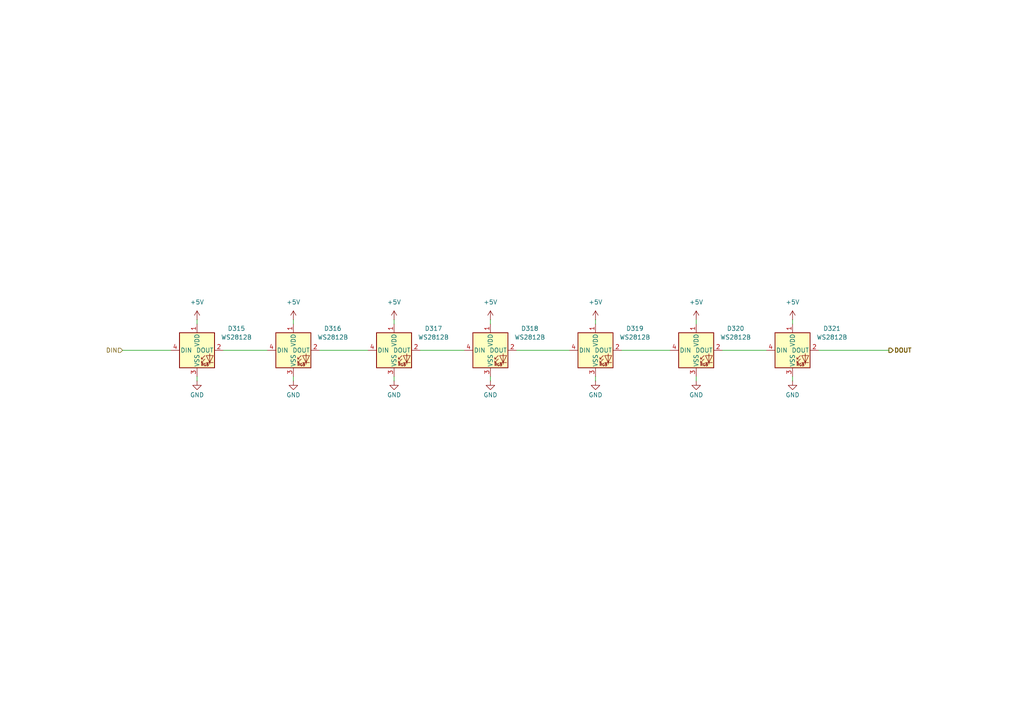
<source format=kicad_sch>
(kicad_sch (version 20231120) (generator "eeschema") (generator_version "8.0")
  (paper "A4")
  (lib_symbols
    (symbol "LED:WS2812B" (pin_names (offset 0.254))
      (property "Reference" "D" (at 5.08 5.715 0))
      (property "Value" "WS2812B" (at 1.27 -5.715 0))
      (symbol "WS2812B_0_0"
        (text "RGB" (at 2.286 -4.191 0) (effects (font (size 0.762 0.762))))
      )
      (symbol "WS2812B_0_1"
        (polyline (pts (xy 1.27 -3.556) (xy 1.778 -3.556)))
        (polyline (pts (xy 1.27 -2.54) (xy 1.778 -2.54)))
        (polyline (pts (xy 4.699 -3.556) (xy 2.667 -3.556)))
        (polyline (pts (xy 2.286 -2.54) (xy 1.27 -3.556) (xy 1.27 -3.048)))
        (polyline (pts (xy 2.286 -1.524) (xy 1.27 -2.54) (xy 1.27 -2.032)))
        (polyline (pts (xy 3.683 -1.016) (xy 3.683 -3.556) (xy 3.683 -4.064)))
        (polyline (pts (xy 4.699 -1.524) (xy 2.667 -1.524) (xy 3.683 -3.556) (xy 4.699 -1.524)))
        (rectangle (start 5.08 5.08) (end -5.08 -5.08) (stroke (width 0.254)) (fill (type background)))
      )
      (symbol "WS2812B_1_1"
        (pin power_in line (at 0 7.62 270) (length 2.54) (name "VDD") (number "1"))
        (pin output line (at 7.62 0 180) (length 2.54) (name "DOUT") (number "2"))
        (pin power_in line (at 0 -7.62 90) (length 2.54) (name "VSS") (number "3"))
        (pin input line (at -7.62 0 0) (length 2.54) (name "DIN") (number "4"))
      )
    )
    (symbol "power:+5V" (power) (pin_numbers hide) (pin_names (offset 0) hide)
      (property "Value" "+5V" (at 0 3.556 0))
      (symbol "+5V_0_1"
        (polyline (pts (xy -0.762 1.27) (xy 0 2.54)))
        (polyline (pts (xy 0 0) (xy 0 2.54)))
        (polyline (pts (xy 0 2.54) (xy 0.762 1.27)))
      )
      (symbol "+5V_1_1"
        (pin power_in line (at 0 0 90) (length 0) (name "~") (number "1"))
      )
    )
    (symbol "power:GND" (power) (pin_numbers hide) (pin_names (offset 0) hide)
      (property "Value" "GND" (at 0 -3.81 0))
      (symbol "GND_0_1"
        (polyline (pts (xy 0 0) (xy 0 -1.27) (xy 1.27 -1.27) (xy 0 -2.54) (xy -1.27 -1.27) (xy 0 -1.27)))
      )
      (symbol "GND_1_1"
        (pin power_in line (at 0 0 270) (length 0) (name "~") (number "1"))
      )
    )
  )
  (wire (pts (xy 85.09 109.22) (xy 85.09 110.49)))
  (wire (pts (xy 180.34 101.6) (xy 194.31 101.6)))
  (wire (pts (xy 142.24 109.22) (xy 142.24 110.49)))
  (wire (pts (xy 209.55 101.6) (xy 222.25 101.6)))
  (wire (pts (xy 35.56 101.6) (xy 49.53 101.6)))
  (wire (pts (xy 149.86 101.6) (xy 165.1 101.6)))
  (wire (pts (xy 229.87 109.22) (xy 229.87 110.49)))
  (wire (pts (xy 114.3 92.71) (xy 114.3 93.98)))
  (wire (pts (xy 57.15 109.22) (xy 57.15 110.49)))
  (wire (pts (xy 237.49 101.6) (xy 257.81 101.6)))
  (wire (pts (xy 92.71 101.6) (xy 106.68 101.6)))
  (wire (pts (xy 142.24 92.71) (xy 142.24 93.98)))
  (wire (pts (xy 57.15 92.71) (xy 57.15 93.98)))
  (wire (pts (xy 172.72 92.71) (xy 172.72 93.98)))
  (wire (pts (xy 172.72 109.22) (xy 172.72 110.49)))
  (wire (pts (xy 229.87 92.71) (xy 229.87 93.98)))
  (wire (pts (xy 64.77 101.6) (xy 77.47 101.6)))
  (wire (pts (xy 114.3 109.22) (xy 114.3 110.49)))
  (wire (pts (xy 85.09 92.71) (xy 85.09 93.98)))
  (wire (pts (xy 121.92 101.6) (xy 134.62 101.6)))
  (wire (pts (xy 201.93 92.71) (xy 201.93 93.98)))
  (wire (pts (xy 201.93 109.22) (xy 201.93 110.49)))
  (hierarchical_label "DOUT" (shape output) (at 257.81 101.6 0) (effects (font (thickness 0.254) (bold yes))))
  (hierarchical_label "DIN" (shape input) (at 35.56 101.6 180))
  (symbol (lib_id "LED:WS2812B") (at 229.87 101.6 0) (unit 1)
    (property "Reference" "D76" (at 241.3 95.2814 0))
    (property "Value" "WS2812B" (at 241.3 97.8214 0))
    (property "Footprint" "LED_SMD:LED_WS2812B_PLCC4_5.0x5.0mm_P3.2mm" (effects (hide yes)))
    (property "Datasheet" "https://cdn-shop.adafruit.com/datasheets/WS2812B.pdf" (effects (hide yes)))
    (property "Description" "RGB LED with integrated controller" (effects (hide yes)))
    (property "LCSC" "C2843785" (effects (hide yes)))
    (instances (project "ArenaTimer" (path "" (reference "D321") (unit 1)) (path "" (reference "D300") (unit 1)) (path "" (reference "D314") (unit 1)) (path "" (reference "D328") (unit 1)) (path "" (reference "D335") (unit 1)) (path "" (reference "D307") (unit 1)) (path "" (reference "D342") (unit 1)) (path "" (reference "D293") (unit 1)) (path "" (reference "D244") (unit 1)) (path "" (reference "D118") (unit 1)) (path "" (reference "D251") (unit 1)) (path "" (reference "D76") (unit 1)) (path "" (reference "D160") (unit 1)) (path "" (reference "D83") (unit 1))))
  )
  (symbol (lib_id "power:GND") (at 229.87 110.49 0) (unit 1)
    (property "Reference" "#PWR0152" (effects (hide yes)))
    (property "Value" "GND" (at 229.87 114.554 0))
    (property "Description" "Power symbol creates a global label with name \"GND\" , ground" (effects (hide yes)))
    (instances (project "ArenaTimer" (path "" (reference "#PWR0642") (unit 1)) (path "" (reference "#PWR0600") (unit 1)) (path "" (reference "#PWR0628") (unit 1)) (path "" (reference "#PWR0656") (unit 1)) (path "" (reference "#PWR0670") (unit 1)) (path "" (reference "#PWR0614") (unit 1)) (path "" (reference "#PWR0684") (unit 1)) (path "" (reference "#PWR0586") (unit 1)) (path "" (reference "#PWR0488") (unit 1)) (path "" (reference "#PWR0236") (unit 1)) (path "" (reference "#PWR0502") (unit 1)) (path "" (reference "#PWR0152") (unit 1)) (path "" (reference "#PWR0320") (unit 1)) (path "" (reference "#PWR0166") (unit 1))))
  )
  (symbol (lib_id "power:GND") (at 172.72 110.49 0) (unit 1)
    (property "Reference" "#PWR0148" (effects (hide yes)))
    (property "Value" "GND" (at 172.72 114.554 0))
    (property "Description" "Power symbol creates a global label with name \"GND\" , ground" (effects (hide yes)))
    (instances (project "ArenaTimer" (path "" (reference "#PWR0638") (unit 1)) (path "" (reference "#PWR0596") (unit 1)) (path "" (reference "#PWR0624") (unit 1)) (path "" (reference "#PWR0652") (unit 1)) (path "" (reference "#PWR0666") (unit 1)) (path "" (reference "#PWR0610") (unit 1)) (path "" (reference "#PWR0680") (unit 1)) (path "" (reference "#PWR0582") (unit 1)) (path "" (reference "#PWR0484") (unit 1)) (path "" (reference "#PWR0232") (unit 1)) (path "" (reference "#PWR0498") (unit 1)) (path "" (reference "#PWR0148") (unit 1)) (path "" (reference "#PWR0316") (unit 1)) (path "" (reference "#PWR0162") (unit 1))))
  )
  (symbol (lib_id "power:GND") (at 85.09 110.49 0) (unit 1)
    (property "Reference" "#PWR0576" (effects (hide yes)))
    (property "Value" "GND" (at 85.09 114.554 0))
    (property "Description" "Power symbol creates a global label with name \"GND\" , ground" (effects (hide yes)))
    (instances (project "ArenaTimer" (path "" (reference "#PWR0632") (unit 1)) (path "" (reference "#PWR0590") (unit 1)) (path "" (reference "#PWR0618") (unit 1)) (path "" (reference "#PWR0646") (unit 1)) (path "" (reference "#PWR0660") (unit 1)) (path "" (reference "#PWR0604") (unit 1)) (path "" (reference "#PWR0674") (unit 1)) (path "" (reference "#PWR0576") (unit 1)) (path "" (reference "#PWR0478") (unit 1)) (path "" (reference "#PWR0226") (unit 1)) (path "" (reference "#PWR0492") (unit 1)) (path "" (reference "#PWR0142") (unit 1)) (path "" (reference "#PWR0310") (unit 1)) (path "" (reference "#PWR0156") (unit 1))))
  )
  (symbol (lib_id "power:GND") (at 142.24 110.49 0) (unit 1)
    (property "Reference" "#PWR0580" (effects (hide yes)))
    (property "Value" "GND" (at 142.24 114.554 0))
    (property "Description" "Power symbol creates a global label with name \"GND\" , ground" (effects (hide yes)))
    (instances (project "ArenaTimer" (path "" (reference "#PWR0636") (unit 1)) (path "" (reference "#PWR0594") (unit 1)) (path "" (reference "#PWR0622") (unit 1)) (path "" (reference "#PWR0650") (unit 1)) (path "" (reference "#PWR0664") (unit 1)) (path "" (reference "#PWR0608") (unit 1)) (path "" (reference "#PWR0678") (unit 1)) (path "" (reference "#PWR0580") (unit 1)) (path "" (reference "#PWR0482") (unit 1)) (path "" (reference "#PWR0230") (unit 1)) (path "" (reference "#PWR0496") (unit 1)) (path "" (reference "#PWR0146") (unit 1)) (path "" (reference "#PWR0314") (unit 1)) (path "" (reference "#PWR0160") (unit 1))))
  )
  (symbol (lib_id "power:+5V") (at 114.3 92.71 0) (unit 1)
    (property "Reference" "#PWR0577" (effects (hide yes)))
    (property "Value" "+5V" (at 114.3 87.63 0))
    (property "Description" "Power symbol creates a global label with name \"+5V\"" (effects (hide yes)))
    (instances (project "ArenaTimer" (path "" (reference "#PWR0633") (unit 1)) (path "" (reference "#PWR0591") (unit 1)) (path "" (reference "#PWR0619") (unit 1)) (path "" (reference "#PWR0647") (unit 1)) (path "" (reference "#PWR0661") (unit 1)) (path "" (reference "#PWR0605") (unit 1)) (path "" (reference "#PWR0675") (unit 1)) (path "" (reference "#PWR0577") (unit 1)) (path "" (reference "#PWR0479") (unit 1)) (path "" (reference "#PWR0227") (unit 1)) (path "" (reference "#PWR0493") (unit 1)) (path "" (reference "#PWR0143") (unit 1)) (path "" (reference "#PWR0311") (unit 1)) (path "" (reference "#PWR0157") (unit 1))))
  )
  (symbol (lib_id "power:+5V") (at 142.24 92.71 0) (unit 1)
    (property "Reference" "#PWR0579" (effects (hide yes)))
    (property "Value" "+5V" (at 142.24 87.63 0))
    (property "Description" "Power symbol creates a global label with name \"+5V\"" (effects (hide yes)))
    (instances (project "ArenaTimer" (path "" (reference "#PWR0635") (unit 1)) (path "" (reference "#PWR0593") (unit 1)) (path "" (reference "#PWR0621") (unit 1)) (path "" (reference "#PWR0649") (unit 1)) (path "" (reference "#PWR0663") (unit 1)) (path "" (reference "#PWR0607") (unit 1)) (path "" (reference "#PWR0677") (unit 1)) (path "" (reference "#PWR0579") (unit 1)) (path "" (reference "#PWR0481") (unit 1)) (path "" (reference "#PWR0229") (unit 1)) (path "" (reference "#PWR0495") (unit 1)) (path "" (reference "#PWR0145") (unit 1)) (path "" (reference "#PWR0313") (unit 1)) (path "" (reference "#PWR0159") (unit 1))))
  )
  (symbol (lib_id "power:+5V") (at 172.72 92.71 0) (unit 1)
    (property "Reference" "#PWR0147" (effects (hide yes)))
    (property "Value" "+5V" (at 172.72 87.63 0))
    (property "Description" "Power symbol creates a global label with name \"+5V\"" (effects (hide yes)))
    (instances (project "ArenaTimer" (path "" (reference "#PWR0637") (unit 1)) (path "" (reference "#PWR0595") (unit 1)) (path "" (reference "#PWR0623") (unit 1)) (path "" (reference "#PWR0651") (unit 1)) (path "" (reference "#PWR0665") (unit 1)) (path "" (reference "#PWR0609") (unit 1)) (path "" (reference "#PWR0679") (unit 1)) (path "" (reference "#PWR0581") (unit 1)) (path "" (reference "#PWR0483") (unit 1)) (path "" (reference "#PWR0231") (unit 1)) (path "" (reference "#PWR0497") (unit 1)) (path "" (reference "#PWR0147") (unit 1)) (path "" (reference "#PWR0315") (unit 1)) (path "" (reference "#PWR0161") (unit 1))))
  )
  (symbol (lib_id "power:+5V") (at 57.15 92.71 0) (unit 1)
    (property "Reference" "#PWR0573" (effects (hide yes)))
    (property "Value" "+5V" (at 57.15 87.63 0))
    (property "Description" "Power symbol creates a global label with name \"+5V\"" (effects (hide yes)))
    (instances (project "ArenaTimer" (path "" (reference "#PWR0629") (unit 1)) (path "" (reference "#PWR0587") (unit 1)) (path "" (reference "#PWR0615") (unit 1)) (path "" (reference "#PWR0643") (unit 1)) (path "" (reference "#PWR0657") (unit 1)) (path "" (reference "#PWR0601") (unit 1)) (path "" (reference "#PWR0671") (unit 1)) (path "" (reference "#PWR0573") (unit 1)) (path "" (reference "#PWR0475") (unit 1)) (path "" (reference "#PWR0223") (unit 1)) (path "" (reference "#PWR0489") (unit 1)) (path "" (reference "#PWR0139") (unit 1)) (path "" (reference "#PWR0307") (unit 1)) (path "" (reference "#PWR0153") (unit 1))))
  )
  (symbol (lib_id "power:+5V") (at 229.87 92.71 0) (unit 1)
    (property "Reference" "#PWR0151" (effects (hide yes)))
    (property "Value" "+5V" (at 229.87 87.63 0))
    (property "Description" "Power symbol creates a global label with name \"+5V\"" (effects (hide yes)))
    (instances (project "ArenaTimer" (path "" (reference "#PWR0641") (unit 1)) (path "" (reference "#PWR0599") (unit 1)) (path "" (reference "#PWR0627") (unit 1)) (path "" (reference "#PWR0655") (unit 1)) (path "" (reference "#PWR0669") (unit 1)) (path "" (reference "#PWR0613") (unit 1)) (path "" (reference "#PWR0683") (unit 1)) (path "" (reference "#PWR0585") (unit 1)) (path "" (reference "#PWR0487") (unit 1)) (path "" (reference "#PWR0235") (unit 1)) (path "" (reference "#PWR0501") (unit 1)) (path "" (reference "#PWR0151") (unit 1)) (path "" (reference "#PWR0319") (unit 1)) (path "" (reference "#PWR0165") (unit 1))))
  )
  (symbol (lib_id "LED:WS2812B") (at 57.15 101.6 0) (unit 1)
    (property "Reference" "D287" (at 68.58 95.2814 0))
    (property "Value" "WS2812B" (at 68.58 97.8214 0))
    (property "Footprint" "LED_SMD:LED_WS2812B_PLCC4_5.0x5.0mm_P3.2mm" (effects (hide yes)))
    (property "Datasheet" "https://cdn-shop.adafruit.com/datasheets/WS2812B.pdf" (effects (hide yes)))
    (property "Description" "RGB LED with integrated controller" (effects (hide yes)))
    (property "LCSC" "C2843785" (effects (hide yes)))
    (instances (project "ArenaTimer" (path "" (reference "D315") (unit 1)) (path "" (reference "D294") (unit 1)) (path "" (reference "D308") (unit 1)) (path "" (reference "D322") (unit 1)) (path "" (reference "D329") (unit 1)) (path "" (reference "D301") (unit 1)) (path "" (reference "D336") (unit 1)) (path "" (reference "D287") (unit 1)) (path "" (reference "D238") (unit 1)) (path "" (reference "D112") (unit 1)) (path "" (reference "D245") (unit 1)) (path "" (reference "D70") (unit 1)) (path "" (reference "D154") (unit 1)) (path "" (reference "D77") (unit 1))))
  )
  (symbol (lib_id "LED:WS2812B") (at 142.24 101.6 0) (unit 1)
    (property "Reference" "D290" (at 153.67 95.2814 0))
    (property "Value" "WS2812B" (at 153.67 97.8214 0))
    (property "Footprint" "LED_SMD:LED_WS2812B_PLCC4_5.0x5.0mm_P3.2mm" (effects (hide yes)))
    (property "Datasheet" "https://cdn-shop.adafruit.com/datasheets/WS2812B.pdf" (effects (hide yes)))
    (property "Description" "RGB LED with integrated controller" (effects (hide yes)))
    (property "LCSC" "C2843785" (effects (hide yes)))
    (instances (project "ArenaTimer" (path "" (reference "D318") (unit 1)) (path "" (reference "D297") (unit 1)) (path "" (reference "D311") (unit 1)) (path "" (reference "D325") (unit 1)) (path "" (reference "D332") (unit 1)) (path "" (reference "D304") (unit 1)) (path "" (reference "D339") (unit 1)) (path "" (reference "D290") (unit 1)) (path "" (reference "D241") (unit 1)) (path "" (reference "D115") (unit 1)) (path "" (reference "D248") (unit 1)) (path "" (reference "D73") (unit 1)) (path "" (reference "D157") (unit 1)) (path "" (reference "D80") (unit 1))))
  )
  (symbol (lib_id "LED:WS2812B") (at 114.3 101.6 0) (unit 1)
    (property "Reference" "D289" (at 125.73 95.2814 0))
    (property "Value" "WS2812B" (at 125.73 97.8214 0))
    (property "Footprint" "LED_SMD:LED_WS2812B_PLCC4_5.0x5.0mm_P3.2mm" (effects (hide yes)))
    (property "Datasheet" "https://cdn-shop.adafruit.com/datasheets/WS2812B.pdf" (effects (hide yes)))
    (property "Description" "RGB LED with integrated controller" (effects (hide yes)))
    (property "LCSC" "C2843785" (effects (hide yes)))
    (instances (project "ArenaTimer" (path "" (reference "D317") (unit 1)) (path "" (reference "D296") (unit 1)) (path "" (reference "D310") (unit 1)) (path "" (reference "D324") (unit 1)) (path "" (reference "D331") (unit 1)) (path "" (reference "D303") (unit 1)) (path "" (reference "D338") (unit 1)) (path "" (reference "D289") (unit 1)) (path "" (reference "D240") (unit 1)) (path "" (reference "D114") (unit 1)) (path "" (reference "D247") (unit 1)) (path "" (reference "D72") (unit 1)) (path "" (reference "D156") (unit 1)) (path "" (reference "D79") (unit 1))))
  )
  (symbol (lib_id "LED:WS2812B") (at 85.09 101.6 0) (unit 1)
    (property "Reference" "D288" (at 96.52 95.2814 0))
    (property "Value" "WS2812B" (at 96.52 97.8214 0))
    (property "Footprint" "LED_SMD:LED_WS2812B_PLCC4_5.0x5.0mm_P3.2mm" (effects (hide yes)))
    (property "Datasheet" "https://cdn-shop.adafruit.com/datasheets/WS2812B.pdf" (effects (hide yes)))
    (property "Description" "RGB LED with integrated controller" (effects (hide yes)))
    (property "LCSC" "C2843785" (effects (hide yes)))
    (instances (project "ArenaTimer" (path "" (reference "D316") (unit 1)) (path "" (reference "D295") (unit 1)) (path "" (reference "D309") (unit 1)) (path "" (reference "D323") (unit 1)) (path "" (reference "D330") (unit 1)) (path "" (reference "D302") (unit 1)) (path "" (reference "D337") (unit 1)) (path "" (reference "D288") (unit 1)) (path "" (reference "D239") (unit 1)) (path "" (reference "D113") (unit 1)) (path "" (reference "D246") (unit 1)) (path "" (reference "D71") (unit 1)) (path "" (reference "D155") (unit 1)) (path "" (reference "D78") (unit 1))))
  )
  (symbol (lib_id "power:GND") (at 201.93 110.49 0) (unit 1)
    (property "Reference" "#PWR0150" (effects (hide yes)))
    (property "Value" "GND" (at 201.93 114.554 0))
    (property "Description" "Power symbol creates a global label with name \"GND\" , ground" (effects (hide yes)))
    (instances (project "ArenaTimer" (path "" (reference "#PWR0640") (unit 1)) (path "" (reference "#PWR0598") (unit 1)) (path "" (reference "#PWR0626") (unit 1)) (path "" (reference "#PWR0654") (unit 1)) (path "" (reference "#PWR0668") (unit 1)) (path "" (reference "#PWR0612") (unit 1)) (path "" (reference "#PWR0682") (unit 1)) (path "" (reference "#PWR0584") (unit 1)) (path "" (reference "#PWR0486") (unit 1)) (path "" (reference "#PWR0234") (unit 1)) (path "" (reference "#PWR0500") (unit 1)) (path "" (reference "#PWR0150") (unit 1)) (path "" (reference "#PWR0318") (unit 1)) (path "" (reference "#PWR0164") (unit 1))))
  )
  (symbol (lib_id "power:GND") (at 57.15 110.49 0) (unit 1)
    (property "Reference" "#PWR0574" (effects (hide yes)))
    (property "Value" "GND" (at 57.15 114.554 0))
    (property "Description" "Power symbol creates a global label with name \"GND\" , ground" (effects (hide yes)))
    (instances (project "ArenaTimer" (path "" (reference "#PWR0630") (unit 1)) (path "" (reference "#PWR0588") (unit 1)) (path "" (reference "#PWR0616") (unit 1)) (path "" (reference "#PWR0644") (unit 1)) (path "" (reference "#PWR0658") (unit 1)) (path "" (reference "#PWR0602") (unit 1)) (path "" (reference "#PWR0672") (unit 1)) (path "" (reference "#PWR0574") (unit 1)) (path "" (reference "#PWR0476") (unit 1)) (path "" (reference "#PWR0224") (unit 1)) (path "" (reference "#PWR0490") (unit 1)) (path "" (reference "#PWR0140") (unit 1)) (path "" (reference "#PWR0308") (unit 1)) (path "" (reference "#PWR0154") (unit 1))))
  )
  (symbol (lib_id "LED:WS2812B") (at 172.72 101.6 0) (unit 1)
    (property "Reference" "D74" (at 184.15 95.2814 0))
    (property "Value" "WS2812B" (at 184.15 97.8214 0))
    (property "Footprint" "LED_SMD:LED_WS2812B_PLCC4_5.0x5.0mm_P3.2mm" (effects (hide yes)))
    (property "Datasheet" "https://cdn-shop.adafruit.com/datasheets/WS2812B.pdf" (effects (hide yes)))
    (property "Description" "RGB LED with integrated controller" (effects (hide yes)))
    (property "LCSC" "C2843785" (effects (hide yes)))
    (instances (project "ArenaTimer" (path "" (reference "D319") (unit 1)) (path "" (reference "D298") (unit 1)) (path "" (reference "D312") (unit 1)) (path "" (reference "D326") (unit 1)) (path "" (reference "D333") (unit 1)) (path "" (reference "D305") (unit 1)) (path "" (reference "D340") (unit 1)) (path "" (reference "D291") (unit 1)) (path "" (reference "D242") (unit 1)) (path "" (reference "D116") (unit 1)) (path "" (reference "D249") (unit 1)) (path "" (reference "D74") (unit 1)) (path "" (reference "D158") (unit 1)) (path "" (reference "D81") (unit 1))))
  )
  (symbol (lib_id "power:+5V") (at 201.93 92.71 0) (unit 1)
    (property "Reference" "#PWR0149" (effects (hide yes)))
    (property "Value" "+5V" (at 201.93 87.63 0))
    (property "Description" "Power symbol creates a global label with name \"+5V\"" (effects (hide yes)))
    (instances (project "ArenaTimer" (path "" (reference "#PWR0639") (unit 1)) (path "" (reference "#PWR0597") (unit 1)) (path "" (reference "#PWR0625") (unit 1)) (path "" (reference "#PWR0653") (unit 1)) (path "" (reference "#PWR0667") (unit 1)) (path "" (reference "#PWR0611") (unit 1)) (path "" (reference "#PWR0681") (unit 1)) (path "" (reference "#PWR0583") (unit 1)) (path "" (reference "#PWR0485") (unit 1)) (path "" (reference "#PWR0233") (unit 1)) (path "" (reference "#PWR0499") (unit 1)) (path "" (reference "#PWR0149") (unit 1)) (path "" (reference "#PWR0317") (unit 1)) (path "" (reference "#PWR0163") (unit 1))))
  )
  (symbol (lib_id "power:+5V") (at 85.09 92.71 0) (unit 1)
    (property "Reference" "#PWR0575" (effects (hide yes)))
    (property "Value" "+5V" (at 85.09 87.63 0))
    (property "Description" "Power symbol creates a global label with name \"+5V\"" (effects (hide yes)))
    (instances (project "ArenaTimer" (path "" (reference "#PWR0631") (unit 1)) (path "" (reference "#PWR0589") (unit 1)) (path "" (reference "#PWR0617") (unit 1)) (path "" (reference "#PWR0645") (unit 1)) (path "" (reference "#PWR0659") (unit 1)) (path "" (reference "#PWR0603") (unit 1)) (path "" (reference "#PWR0673") (unit 1)) (path "" (reference "#PWR0575") (unit 1)) (path "" (reference "#PWR0477") (unit 1)) (path "" (reference "#PWR0225") (unit 1)) (path "" (reference "#PWR0491") (unit 1)) (path "" (reference "#PWR0141") (unit 1)) (path "" (reference "#PWR0309") (unit 1)) (path "" (reference "#PWR0155") (unit 1))))
  )
  (symbol (lib_id "LED:WS2812B") (at 201.93 101.6 0) (unit 1)
    (property "Reference" "D75" (at 213.36 95.2814 0))
    (property "Value" "WS2812B" (at 213.36 97.8214 0))
    (property "Footprint" "LED_SMD:LED_WS2812B_PLCC4_5.0x5.0mm_P3.2mm" (effects (hide yes)))
    (property "Datasheet" "https://cdn-shop.adafruit.com/datasheets/WS2812B.pdf" (effects (hide yes)))
    (property "Description" "RGB LED with integrated controller" (effects (hide yes)))
    (property "LCSC" "C2843785" (effects (hide yes)))
    (instances (project "ArenaTimer" (path "" (reference "D320") (unit 1)) (path "" (reference "D299") (unit 1)) (path "" (reference "D313") (unit 1)) (path "" (reference "D327") (unit 1)) (path "" (reference "D334") (unit 1)) (path "" (reference "D306") (unit 1)) (path "" (reference "D341") (unit 1)) (path "" (reference "D292") (unit 1)) (path "" (reference "D243") (unit 1)) (path "" (reference "D117") (unit 1)) (path "" (reference "D250") (unit 1)) (path "" (reference "D75") (unit 1)) (path "" (reference "D159") (unit 1)) (path "" (reference "D82") (unit 1))))
  )
  (symbol (lib_id "power:GND") (at 114.3 110.49 0) (unit 1)
    (property "Reference" "#PWR0578" (effects (hide yes)))
    (property "Value" "GND" (at 114.3 114.554 0))
    (property "Description" "Power symbol creates a global label with name \"GND\" , ground" (effects (hide yes)))
    (instances (project "ArenaTimer" (path "" (reference "#PWR0634") (unit 1)) (path "" (reference "#PWR0592") (unit 1)) (path "" (reference "#PWR0620") (unit 1)) (path "" (reference "#PWR0648") (unit 1)) (path "" (reference "#PWR0662") (unit 1)) (path "" (reference "#PWR0606") (unit 1)) (path "" (reference "#PWR0676") (unit 1)) (path "" (reference "#PWR0578") (unit 1)) (path "" (reference "#PWR0480") (unit 1)) (path "" (reference "#PWR0228") (unit 1)) (path "" (reference "#PWR0494") (unit 1)) (path "" (reference "#PWR0144") (unit 1)) (path "" (reference "#PWR0312") (unit 1)) (path "" (reference "#PWR0158") (unit 1))))
  )
)
</source>
